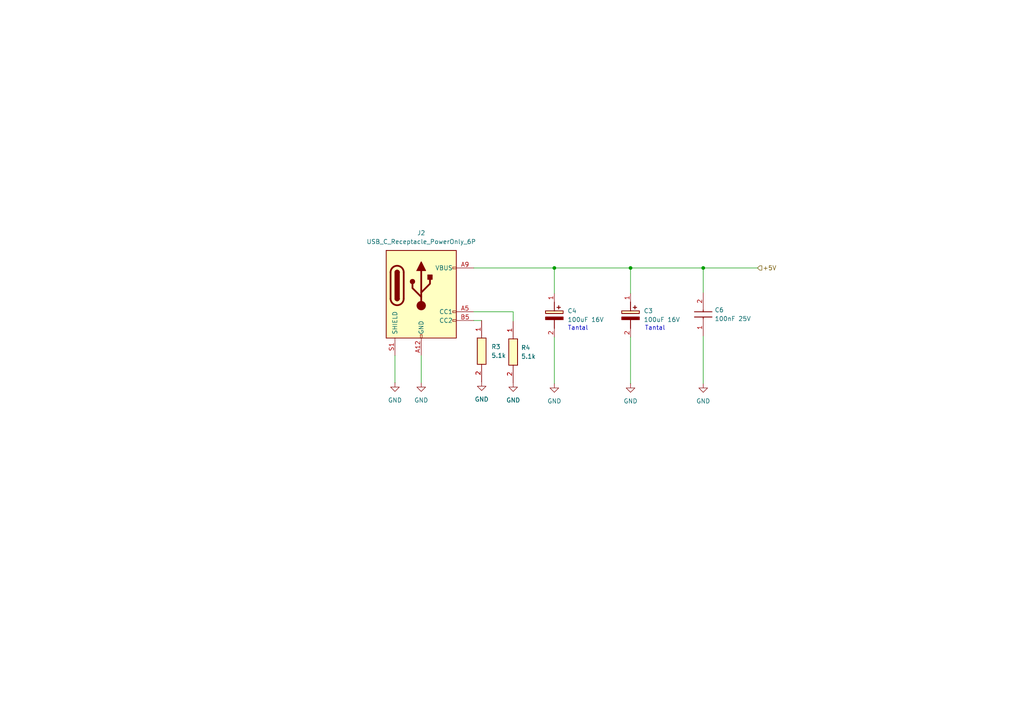
<source format=kicad_sch>
(kicad_sch (version 20231120) (generator "eeschema") (generator_version "8.0")
  (paper "A4")
  (lib_symbols
    (symbol "Connector:USB_C_Receptacle_PowerOnly_6P" (pin_names (offset 1.016))
      (property "Reference" "J" (at 0 16.51 0))
      (property "Value" "USB_C_Receptacle_PowerOnly_6P" (at 0 13.97 0))
      (symbol "USB_C_Receptacle_PowerOnly_6P_0_0"
        (rectangle (start -0.254 -12.7) (end 0.254 -11.684))
        (rectangle (start 10.16 -7.366) (end 9.144 -7.874))
        (rectangle (start 10.16 -4.826) (end 9.144 -5.334))
        (rectangle (start 10.16 7.874) (end 9.144 7.366))
      )
      (symbol "USB_C_Receptacle_PowerOnly_6P_0_1"
        (rectangle (start -10.16 12.7) (end 10.16 -12.7) (stroke (width 0.254)) (fill (type background)))
        (arc (start -8.89 -1.27) (mid -6.985 -3.1667) (end -5.08 -1.27) (stroke (width 0.508)))
        (arc (start -7.62 -1.27) (mid -6.985 -1.9023) (end -6.35 -1.27) (stroke (width 0.254)))
        (arc (start -7.62 -1.27) (mid -6.985 -1.9023) (end -6.35 -1.27) (stroke (width 0.254)) (fill (type outline)))
        (rectangle (start -7.62 -1.27) (end -6.35 6.35) (stroke (width 0.254)) (fill (type outline)))
        (arc (start -6.35 6.35) (mid -6.985 6.9823) (end -7.62 6.35) (stroke (width 0.254)))
        (arc (start -6.35 6.35) (mid -6.985 6.9823) (end -7.62 6.35) (stroke (width 0.254)) (fill (type outline)))
        (arc (start -5.08 6.35) (mid -6.985 8.2467) (end -8.89 6.35) (stroke (width 0.508)))
        (circle (center -2.54 3.683) (radius 0.635) (stroke (width 0.254)) (fill (type outline)))
        (circle (center 0 -3.302) (radius 1.27) (fill (type outline)))
        (polyline (pts (xy -8.89 -1.27) (xy -8.89 6.35)) (stroke (width 0.508)))
        (polyline (pts (xy -5.08 6.35) (xy -5.08 -1.27)) (stroke (width 0.508)))
        (polyline (pts (xy 0 -3.302) (xy 0 6.858)) (stroke (width 0.508)))
        (polyline (pts (xy 0 -0.762) (xy -2.54 1.778) (xy -2.54 3.048)) (stroke (width 0.508)))
        (polyline (pts (xy 0 0.508) (xy 2.54 3.048) (xy 2.54 4.318)) (stroke (width 0.508)))
        (polyline (pts (xy -1.27 6.858) (xy 0 9.398) (xy 1.27 6.858) (xy -1.27 6.858)) (stroke (width 0.254)) (fill (type outline)))
        (rectangle (start 1.905 4.318) (end 3.175 5.588) (stroke (width 0.254)) (fill (type outline)))
      )
      (symbol "USB_C_Receptacle_PowerOnly_6P_1_1"
        (pin passive line (at 0 -17.78 90) (length 5.08) (name "GND") (number "A12"))
        (pin bidirectional line (at 15.24 -5.08 180) (length 5.08) (name "CC1") (number "A5"))
        (pin passive line (at 15.24 7.62 180) (length 5.08) (name "VBUS") (number "A9"))
        (pin passive line (at 0 -17.78 90) (length 5.08) hide (name "GND") (number "B12"))
        (pin bidirectional line (at 15.24 -7.62 180) (length 5.08) (name "CC2") (number "B5"))
        (pin passive line (at 15.24 7.62 180) (length 5.08) hide (name "VBUS") (number "B9"))
        (pin passive line (at -7.62 -17.78 90) (length 5.08) (name "SHIELD") (number "S1"))
      )
    )
    (symbol "SamacSys_Parts:ERJ-UP6D5101V" (pin_names hide)
      (property "Reference" "R" (at 13.97 6.35 0))
      (property "Value" "ERJ-UP6D5101V" (at 13.97 3.81 0))
      (symbol "ERJ-UP6D5101V_1_1"
        (rectangle (start 5.08 1.27) (end 12.7 -1.27) (stroke (width 0.254)) (fill (type background)))
        (pin passive line (at 0 0 0) (length 5.08) (name "1") (number "1"))
        (pin passive line (at 17.78 0 180) (length 5.08) (name "2") (number "2"))
      )
    )
    (symbol "SamacSys_Parts:GRM033R71E101KA01J" (pin_names hide)
      (property "Reference" "C" (at 8.89 6.35 0))
      (property "Value" "GRM033R71E101KA01J" (at 8.89 3.81 0))
      (symbol "GRM033R71E101KA01J_1_1"
        (polyline (pts (xy 5.08 0) (xy 5.588 0)) (stroke (width 0.254)))
        (polyline (pts (xy 5.588 2.54) (xy 5.588 -2.54)) (stroke (width 0.254)))
        (polyline (pts (xy 7.112 0) (xy 7.62 0)) (stroke (width 0.254)))
        (polyline (pts (xy 7.112 2.54) (xy 7.112 -2.54)) (stroke (width 0.254)))
        (pin passive line (at 0 0 0) (length 5.08) (name "1") (number "1"))
        (pin passive line (at 12.7 0 180) (length 5.08) (name "2") (number "2"))
      )
    )
    (symbol "SamacSys_Parts:TAJD107K016RNJ" (pin_names hide)
      (property "Reference" "C" (at 8.89 6.35 0))
      (property "Value" "TAJD107K016RNJ" (at 8.89 3.81 0))
      (symbol "TAJD107K016RNJ_1_1"
        (polyline (pts (xy 2.54 0) (xy 5.08 0)) (stroke (width 0.254)))
        (polyline (pts (xy 4.064 1.778) (xy 4.064 0.762)) (stroke (width 0.254)))
        (polyline (pts (xy 4.572 1.27) (xy 3.556 1.27)) (stroke (width 0.254)))
        (polyline (pts (xy 7.62 0) (xy 10.16 0)) (stroke (width 0.254)))
        (polyline (pts (xy 7.62 2.54) (xy 7.62 -2.54) (xy 6.858 -2.54) (xy 6.858 2.54) (xy 7.62 2.54)) (stroke (width 0.254)) (fill (type outline)))
        (rectangle (start 5.08 2.54) (end 5.842 -2.54) (stroke (width 0.254)) (fill (type background)))
        (pin passive line (at 0 0 0) (length 2.54) (name "+") (number "1"))
        (pin passive line (at 12.7 0 180) (length 2.54) (name "-") (number "2"))
      )
    )
    (symbol "power:GND" (power) (pin_numbers hide) (pin_names (offset 0) hide)
      (property "Value" "GND" (at 0 -3.81 0))
      (symbol "GND_0_1"
        (polyline (pts (xy 0 0) (xy 0 -1.27) (xy 1.27 -1.27) (xy 0 -2.54) (xy -1.27 -1.27) (xy 0 -1.27)))
      )
      (symbol "GND_1_1"
        (pin power_in line (at 0 0 270) (length 0) (name "~") (number "1"))
      )
    )
  )
  (junction (at 203.962 77.724))
  (junction (at 182.88 77.724))
  (junction (at 160.782 77.724))
  (wire (pts (xy 137.414 77.724) (xy 160.782 77.724)))
  (wire (pts (xy 203.962 77.724) (xy 182.88 77.724)))
  (wire (pts (xy 182.88 77.724) (xy 160.782 77.724)))
  (wire (pts (xy 122.174 110.998) (xy 122.174 103.124)))
  (wire (pts (xy 182.88 77.724) (xy 182.88 85.09)))
  (wire (pts (xy 203.962 97.536) (xy 203.962 111.252)))
  (wire (pts (xy 114.554 110.998) (xy 114.554 103.124)))
  (wire (pts (xy 160.782 77.724) (xy 160.782 85.09)))
  (wire (pts (xy 137.414 90.424) (xy 148.844 90.424)))
  (wire (pts (xy 148.844 90.424) (xy 148.844 93.218)))
  (wire (pts (xy 137.414 92.964) (xy 139.7 92.964)))
  (wire (pts (xy 219.71 77.724) (xy 203.962 77.724)))
  (wire (pts (xy 182.88 97.79) (xy 182.88 111.252)))
  (wire (pts (xy 160.782 97.79) (xy 160.782 111.252)))
  (wire (pts (xy 203.962 77.724) (xy 203.962 84.836)))
  (text "Tantal\n" (at 167.64 95.25 0) (effects (font (size 1.27 1.27))))
  (text "Tantal\n\n" (at 189.992 96.266 0) (effects (font (size 1.27 1.27))))
  (hierarchical_label "+5V" (shape input) (at 219.71 77.724 0))
  (symbol (lib_id "power:GND") (at 148.844 110.998 0) (unit 1)
    (property "Reference" "#PWR013" (effects (hide yes)))
    (property "Value" "GND" (at 148.844 116.078 0))
    (property "Description" "Power symbol creates a global label with name \"GND\" , ground" (effects (hide yes)))
  )
  (symbol (lib_id "power:GND") (at 182.88 111.252 0) (unit 1)
    (property "Reference" "#PWR04" (effects (hide yes)))
    (property "Value" "GND" (at 182.88 116.332 0))
    (property "Description" "Power symbol creates a global label with name \"GND\" , ground" (effects (hide yes)))
  )
  (symbol (lib_id "power:GND") (at 114.554 110.998 0) (unit 1)
    (property "Reference" "#PWR010" (effects (hide yes)))
    (property "Value" "GND" (at 114.554 116.078 0))
    (property "Description" "Power symbol creates a global label with name \"GND\" , ground" (effects (hide yes)))
  )
  (symbol (lib_id "power:GND") (at 139.7 110.744 0) (unit 1)
    (property "Reference" "#PWR012" (effects (hide yes)))
    (property "Value" "GND" (at 139.7 115.824 0))
    (property "Description" "Power symbol creates a global label with name \"GND\" , ground" (effects (hide yes)))
  )
  (symbol (lib_id "Connector:USB_C_Receptacle_PowerOnly_6P") (at 122.174 85.344 0) (unit 1)
    (property "Reference" "J2" (at 122.174 67.564 0))
    (property "Value" "USB_C_Receptacle_PowerOnly_6P" (at 122.174 70.104 0))
    (property "Footprint" "Connector_USB:USB_C_Receptacle_GCT_USB4135-GF-A_6P_TopMnt_Horizontal" (effects (hide yes)))
    (property "Datasheet" "https://www.usb.org/sites/default/files/documents/usb_type-c.zip" (effects (hide yes)))
    (property "Description" "USB Power-Only 6P Type-C Receptacle connector" (effects (hide yes)))
  )
  (symbol (lib_id "SamacSys_Parts:TAJD107K016RNJ") (at 160.782 85.09 270) (unit 1)
    (property "Reference" "C4" (at 164.592 90.1699 90) (effects (justify left)))
    (property "Value" "100uF 16V" (at 164.592 92.7099 90) (effects (justify left)))
    (property "Footprint" "CAPPM7344X310N" (effects (hide yes)))
    (property "Datasheet" "http://datasheets.avx.com/TAJ.pdf" (effects (hide yes)))
    (property "Description" "TAJ SMT tant capacitor,Case D,16V,100uF AVX 100uF SMD Solid MnO2 Tantalum Electrolytic Capacitor, 16 V dc  /-10%, TAJ Series" (effects (hide yes)))
    (property "Height" "3.1" (effects (hide yes)))
    (property "Mouser Part Number" "581-TAJD107K016R" (effects (hide yes)))
    (property "Mouser Price/Stock" "https://www.mouser.co.uk/ProductDetail/AVX/TAJD107K016RNJ?qs=srZBJ3srS4Aek4oWmPB2bw%3D%3D" (effects (hide yes)))
    (property "Manufacturer_Name" "Kyocera AVX" (effects (hide yes)))
    (property "Manufacturer_Part_Number" "TAJD107K016RNJ" (effects (hide yes)))
  )
  (symbol (lib_id "SamacSys_Parts:GRM033R71E101KA01J") (at 203.962 97.536 90) (unit 1)
    (property "Reference" "C6" (at 207.264 89.9159 90) (effects (justify right)))
    (property "Value" "100nF 25V" (at 207.264 92.4559 90) (effects (justify right)))
    (property "Footprint" "GRM033D70J224ME01D" (effects (hide yes)))
    (property "Datasheet" "https://search.murata.co.jp/Ceramy/image/img/A01X/G101/ENG/GRM033R71E101KA01-01A.pdf" (effects (hide yes)))
    (property "Description" "Multilayer Ceramic Capacitors MLCC - SMD/SMT 100pF 25 volts 10%" (effects (hide yes)))
    (property "Height" "0.5" (effects (hide yes)))
    (property "Mouser Part Number" "81-GRM033R71E101KA1J" (effects (hide yes)))
    (property "Mouser Price/Stock" "https://www.mouser.co.uk/ProductDetail/Murata-Electronics/GRM033R71E101KA01J?qs=563MOeNa05Lmru4oTW10Jw%3D%3D" (effects (hide yes)))
    (property "Manufacturer_Name" "Murata Electronics" (effects (hide yes)))
    (property "Manufacturer_Part_Number" "GRM033R71E101KA01J" (effects (hide yes)))
  )
  (symbol (lib_id "SamacSys_Parts:TAJD107K016RNJ") (at 182.88 85.09 270) (unit 1)
    (property "Reference" "C3" (at 186.69 90.1699 90) (effects (justify left)))
    (property "Value" "100uF 16V" (at 186.69 92.7099 90) (effects (justify left)))
    (property "Footprint" "CAPPM7344X310N" (effects (hide yes)))
    (property "Datasheet" "http://datasheets.avx.com/TAJ.pdf" (effects (hide yes)))
    (property "Description" "TAJ SMT tant capacitor,Case D,16V,100uF AVX 100uF SMD Solid MnO2 Tantalum Electrolytic Capacitor, 16 V dc  /-10%, TAJ Series" (effects (hide yes)))
    (property "Height" "3.1" (effects (hide yes)))
    (property "Mouser Part Number" "581-TAJD107K016R" (effects (hide yes)))
    (property "Mouser Price/Stock" "https://www.mouser.co.uk/ProductDetail/AVX/TAJD107K016RNJ?qs=srZBJ3srS4Aek4oWmPB2bw%3D%3D" (effects (hide yes)))
    (property "Manufacturer_Name" "Kyocera AVX" (effects (hide yes)))
    (property "Manufacturer_Part_Number" "TAJD107K016RNJ" (effects (hide yes)))
  )
  (symbol (lib_id "power:GND") (at 203.962 111.252 0) (unit 1)
    (property "Reference" "#PWR015" (effects (hide yes)))
    (property "Value" "GND" (at 203.962 116.332 0))
    (property "Description" "Power symbol creates a global label with name \"GND\" , ground" (effects (hide yes)))
  )
  (symbol (lib_id "SamacSys_Parts:ERJ-UP6D5101V") (at 139.7 92.964 270) (unit 1)
    (property "Reference" "R3" (at 142.494 100.5839 90) (effects (justify left)))
    (property "Value" "5.1k" (at 142.494 103.1239 90) (effects (justify left)))
    (property "Footprint" "ERJUP6" (effects (hide yes)))
    (property "Datasheet" "https://industrial.panasonic.com/cdbs/www-data/pdf/RDP0000/AOA0000C337.pdf" (effects (hide yes)))
    (property "Description" "Anti-Sulfurated Thick Film Chip Resistors/ Anti-Surge Type, Power Rating (W): 0.5, Chip Size (LxW(EIA)) (mm): 2.0 x 1.25 (EIA:0805), Resistance Values (?): 5100, Resistance Tolerance (%): 0.5, T.C.R (?102/K): ?100" (effects (hide yes)))
    (property "Height" "0.7" (effects (hide yes)))
    (property "Mouser Part Number" "667-ERJ-UP6D5101V" (effects (hide yes)))
    (property "Mouser Price/Stock" "https://www.mouser.co.uk/ProductDetail/Panasonic/ERJ-UP6D5101V?qs=ZcfC38r4Pouz7%2FLHthUDHQ%3D%3D" (effects (hide yes)))
    (property "Manufacturer_Name" "Panasonic" (effects (hide yes)))
    (property "Manufacturer_Part_Number" "ERJ-UP6D5101V" (effects (hide yes)))
  )
  (symbol (lib_id "SamacSys_Parts:ERJ-UP6D5101V") (at 148.844 93.218 270) (unit 1)
    (property "Reference" "R4" (at 151.13 100.8379 90) (effects (justify left)))
    (property "Value" "5.1k" (at 151.13 103.3779 90) (effects (justify left)))
    (property "Footprint" "ERJUP6" (effects (hide yes)))
    (property "Datasheet" "https://industrial.panasonic.com/cdbs/www-data/pdf/RDP0000/AOA0000C337.pdf" (effects (hide yes)))
    (property "Description" "Anti-Sulfurated Thick Film Chip Resistors/ Anti-Surge Type, Power Rating (W): 0.5, Chip Size (LxW(EIA)) (mm): 2.0 x 1.25 (EIA:0805), Resistance Values (?): 5100, Resistance Tolerance (%): 0.5, T.C.R (?102/K): ?100" (effects (hide yes)))
    (property "Height" "0.7" (effects (hide yes)))
    (property "Mouser Part Number" "667-ERJ-UP6D5101V" (effects (hide yes)))
    (property "Mouser Price/Stock" "https://www.mouser.co.uk/ProductDetail/Panasonic/ERJ-UP6D5101V?qs=ZcfC38r4Pouz7%2FLHthUDHQ%3D%3D" (effects (hide yes)))
    (property "Manufacturer_Name" "Panasonic" (effects (hide yes)))
    (property "Manufacturer_Part_Number" "ERJ-UP6D5101V" (effects (hide yes)))
  )
  (symbol (lib_id "power:GND") (at 122.174 110.998 0) (unit 1)
    (property "Reference" "#PWR011" (effects (hide yes)))
    (property "Value" "GND" (at 122.174 116.078 0))
    (property "Description" "Power symbol creates a global label with name \"GND\" , ground" (effects (hide yes)))
  )
  (symbol (lib_id "power:GND") (at 160.782 111.252 0) (unit 1)
    (property "Reference" "#PWR014" (effects (hide yes)))
    (property "Value" "GND" (at 160.782 116.332 0))
    (property "Description" "Power symbol creates a global label with name \"GND\" , ground" (effects (hide yes)))
  )
)
</source>
